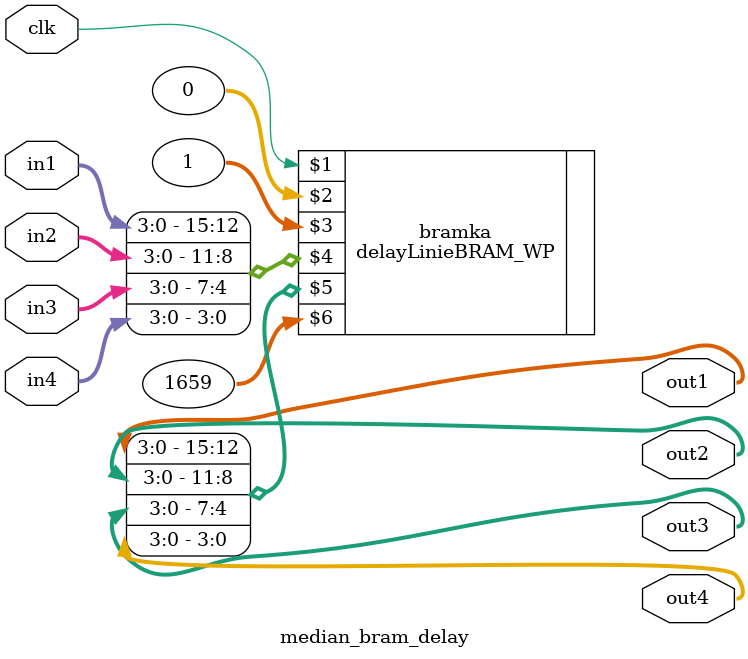
<source format=v>
`timescale 1ns / 1ps

module median_bram_delay # (parameter H_SIZE = 1664)
    (clk, in1, in2, in3, in4, out1, out2, out3, out4);
    input clk;
    input[3:0] in1;
    input[3:0] in2;
    input[3:0] in3;
    input[3:0] in4;

    output[3:0] out1;
    output[3:0] out2;
    output[3:0] out3;
    output[3:0] out4;
    
    delayLinieBRAM_WP #(.WIDTH(16), .BRAM_SIZE_W(11)) bramka
        (clk, 0, 1, {in1, in2, in3, in4}, {out1, out2, out3, out4}, H_SIZE - 5);
endmodule

</source>
